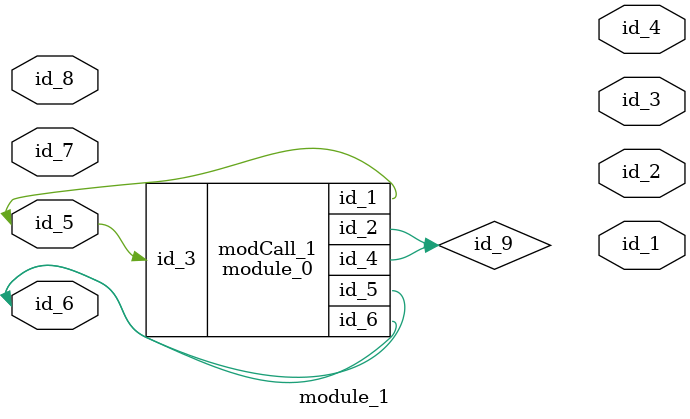
<source format=v>
module module_0 (
    id_1,
    id_2,
    id_3,
    id_4,
    id_5,
    id_6
);
  inout wire id_6;
  output wire id_5;
  inout wire id_4;
  input wire id_3;
  inout wire id_2;
  inout wire id_1;
  wire id_7;
  wire id_8, id_9;
endmodule
module module_1 (
    id_1,
    id_2,
    id_3,
    id_4,
    id_5,
    id_6,
    id_7,
    id_8
);
  inout wire id_8;
  input wire id_7;
  inout wire id_6;
  inout wire id_5;
  output wire id_4;
  output wire id_3;
  output wire id_2;
  output wire id_1;
  wire id_9;
  module_0 modCall_1 (
      id_5,
      id_9,
      id_5,
      id_9,
      id_6,
      id_6
  );
endmodule

</source>
